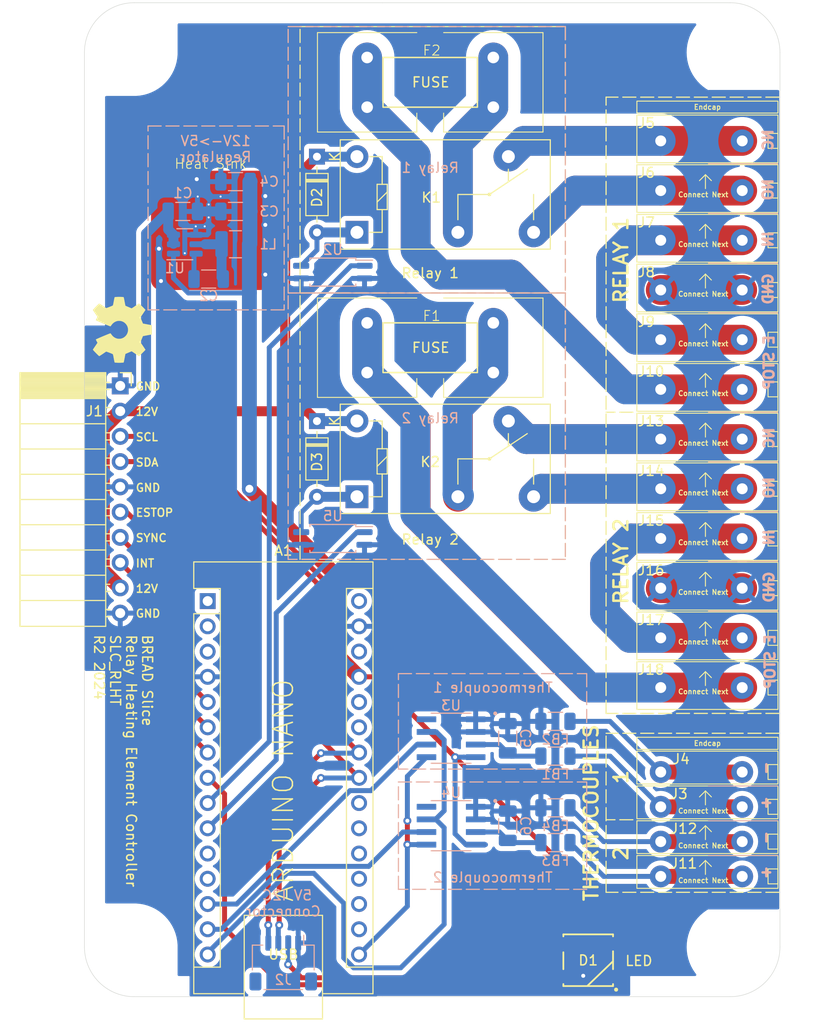
<source format=kicad_pcb>
(kicad_pcb (version 20221018) (generator pcbnew)
  (layers (0 "F.Cu" signal) (31 "B.Cu" signal) (34 "B.Paste" user) (35 "F.Paste" user) (36 "B.SilkS" user "B.Silkscreen") (37 "F.SilkS" user "F.Silkscreen") (38 "B.Mask" user) (39 "F.Mask" user) (44 "Edge.Cuts" user))
  (net 0 "")
  (net 3 "GND")
  (net 5 "+5V")
  (net 6 "/LED")
  (net 7 "/I2C_CLK")
  (net 9 "/I2C_DAT")
  (net 11 "/SYNC")
  (net 13 "/E_STOP")
  (net 20 "+12V")
  (net 21 "/INT")
  (net 22 "/DATA")
  (net 23 "/CLK")
  (net 24 "/SS1")
  (net 25 "/SS2")
  (net 26 "/T+1")
  (net 27 "/T+2")
  (net 28 "Net-(FB1-Pad2)")
  (net 29 "Net-(FB2-Pad2)")
  (net 30 "Net-(FB3-Pad2)")
  (net 31 "Net-(FB4-Pad2)")
  (net 34 "/Relay1")
  (net 35 "/Relay2")
  (net 38 "Net-(U1-SW)")
  (net 39 "Net-(U1-BST)")
  (net 40 "FUSE2")
  (net 41 "ESTOP2")
  (net 42 "FUSE1")
  (net 43 "unconnected-(A1-VIN-Pad30)")
  (net 44 "ESTOP1")
  (net 45 "NC1")
  (net 46 "NO1")
  (net 47 "IN1")
  (net 48 "NC2")
  (net 49 "NO2")
  (net 51 "Net-(D2-A)")
  (net 52 "Net-(D3-A)")
  (net 53 "IN2")
  (footprint "MountingHole:MountingHole_5mm" (layer "F.Cu") (at 127.6 44.8)
    (fp_text reference "H1" hide)
    (fp_text value "MountingHole")
  )
  (footprint "MountingHole:MountingHole_5mm" (layer "F.Cu") (at 187.6 44.8)
    (fp_text reference "H3" hide)
    (fp_text value "MountingHole")
  )
  (footprint "MountingHole:MountingHole_5mm" (layer "F.Cu") (at 127.6 134.8)
    (fp_text reference "H2" hide)
    (fp_text value "MountingHole")
  )
  (footprint "MountingHole:MountingHole_5mm" (layer "F.Cu") (at 187.6 134.8)
    (fp_text reference "H4" hide)
    (fp_text value "MountingHole")
  )
  (footprint "Module:Arduino_Nano" (layer "F.Cu") (at 135 100)
    (fp_text reference "A1")
    (fp_text value "Arduino_Nano_v3.x")
  )
  (footprint "Connector_PinSocket_2.54mm:PinSocket_1x10_P2.54mm_Horizontal" (layer "F.Cu") (at 126.2 78.35)
    (fp_text reference "J1")
    (fp_text value "Conn_01x10_Female")
  )
  (footprint "Symbol:OSHW-Symbol_6.7x6mm_SilkScreen" (layer "F.Cu") (at 126.4 72.7 -90)
    (fp_text reference "Logo1" hide)
    (fp_text value "Logo_Open_Hardware_Small" hide)
  )
  (footprint "SparkFun-Connector:Term_PressFit_5mm_H_PC_HVRELAY" (layer "F.Cu") (at 180.6 68.7)
    (fp_text reference "J8")
    (fp_text value "Term_PressFit_Phoenix_Contact")
  )
  (footprint "SparkFun-Connector:Term_PressFit_5mm_H_PC_HVRELAY" (layer "F.Cu") (at 180.6 83.7)
    (fp_text reference "J13")
    (fp_text value "Term_PressFit_Phoenix_Contact")
  )
  (footprint "Diode_THT:D_DO-35_SOD27_P7.62mm_Horizontal" (layer "F.Cu") (at 146 55.29 -90)
    (fp_text reference "D2")
    (fp_text value "General_Purpose_Diode")
  )
  (footprint "SparkFun-Connector:Term_PressFit_5mm_H_PC_HVRELAY" (layer "F.Cu") (at 180.6 93.7)
    (fp_text reference "J15")
    (fp_text value "Term_PressFit_Phoenix_Contact")
  )
  (footprint "SparkFun-Connector:Term_PressFit_3.5mm_H_PC" (layer "F.Cu") (at 180.6 120.7)
    (fp_text reference "J3")
    (fp_text value "Term_PressFit_Phoenix_Contact" hide)
  )
  (footprint "SparkFun-Connector:Term_PressFit_3.5mm_H_PC" (layer "F.Cu") (at 180.6 127.7)
    (fp_text reference "J11")
    (fp_text value "Term_PressFit_Phoenix_Contact" hide)
  )
  (footprint "SparkFun-Connector:Term_PressFit_3.5mm_H_PC" (layer "F.Cu") (at 180.6 124.2)
    (fp_text reference "J12")
    (fp_text value "Term_PressFit_Phoenix_Contact" hide)
  )
  (footprint "SparkFun-Fuse:Thermal Pad" (layer "F.Cu") (at 135.3 62.7)
    (fp_text reference "HS1")
    (fp_text value "Heatsink_Pad")
  )
  (footprint "Relay_THT:Relay_SPDT_Omron-G5Q-1" (layer "F.Cu") (at 150.025 89.5)
    (fp_text reference "K2")
    (fp_text value "G5Q-1")
  )
  (footprint "SparkFun-Fuse:Glass Fuse Clip 5x20MM" (layer "F.Cu") (at 151.05 45.3073)
    (fp_text reference "F2")
    (fp_text value "10A")
  )
  (footprint "SparkFun-Connector:Term_PressFit_5mm_H_PC_HVRELAY" (layer "F.Cu") (at 180.6 73.7)
    (fp_text reference "J9")
    (fp_text value "Term_PressFit_Phoenix_Contact")
  )
  (footprint "SparkFun-Connector:Term_PressFit_5mm_H_PC_HVRELAY" (layer "F.Cu") (at 180.6 78.7)
    (fp_text reference "J10")
    (fp_text value "Term_PressFit_Phoenix_Contact")
  )
  (footprint "SparkFun-Connector:Term_PressFit_3.5mm_H_ENDCAP_PC" (layer "F.Cu") (at 180.6 117.2)
    (fp_text reference "J4")
    (fp_text value "Term_PressFit_Phoenix_Contact" hide)
  )
  (footprint "SparkFun-Connector:Term_PressFit_5mm_H_PC_HVRELAY" (layer "F.Cu") (at 180.6 58.7)
    (fp_text reference "J6")
    (fp_text value "Term_PressFit_Phoenix_Contact")
  )
  (footprint "Diode_THT:D_DO-35_SOD27_P7.62mm_Horizontal" (layer "F.Cu") (at 146 81.89 -90)
    (fp_text reference "D3")
    (fp_text value "General_Purpose_Diode")
  )
  (footprint "SparkFun-Connector:Term_PressFit_5mm_H_PC_HVRELAY" (layer "F.Cu") (at 180.6 103.7)
    (fp_text reference "J17")
    (fp_text value "Term_PressFit_Phoenix_Contact")
  )
  (footprint "SparkFun-LED:WS2812-5050-4PIN" (layer "F.Cu") (at 173.3 136.132769)
    (fp_text reference "D1")
    (fp_text value "WS2812B_5050")
  )
  (footprint "SparkFun-Connector:Term_PressFit_5mm_H_ENDCAP_PC_HVRELAY" (layer "F.Cu") (at 180.6 53.7)
    (fp_text reference "J5")
    (fp_text value "Term_PressFit_Phoenix_Contact")
  )
  (footprint "Relay_THT:Relay_SPDT_Omron-G5Q-1" (layer "F.Cu") (at 150.025 62.9)
    (fp_text reference "K1")
    (fp_text value "G5Q-1")
  )
  (footprint "SparkFun-Fuse:Glass Fuse Clip 5x20MM" (layer "F.Cu") (at 151.05 72.0073)
    (fp_text reference "F1")
    (fp_text value "10A")
  )
  (footprint "SparkFun-Connector:Term_PressFit_5mm_H_PC_HVRELAY" (layer "F.Cu") (at 180.6 63.7)
    (fp_text reference "J7")
    (fp_text value "Term_PressFit_Phoenix_Contact")
  )
  (footprint "SparkFun-Connector:Term_PressFit_5mm_H_PC_HVRELAY" (layer "F.Cu") (at 180.6 108.7)
    (fp_text reference "J18")
    (fp_text value "Term_PressFit_Phoenix_Contact")
  )
  (footprint "SparkFun-Connector:Term_PressFit_5mm_H_PC_HVRELAY" (layer "F.Cu") (at 180.6 98.7)
    (fp_text reference "J16")
    (fp_text value "Term_PressFit_Phoenix_Contact")
  )
  (footprint "SparkFun-Connector:Term_PressFit_5mm_H_PC_HVRELAY" (layer "F.Cu") (at 180.6 88.7)
    (fp_text reference "J14")
    (fp_text value "Term_PressFit_Phoenix_Contact")
  )
  (footprint "Resistor_SMD:R_1206_3216Metric" (layer "B.Cu") (at 170 120.8)
    (fp_text reference "FB4")
    (fp_text value "Ferrite_Bead_Small")
  )
  (footprint "Connector_JST:JST_SH_SM04B-SRSS-TB_1x04-1MP_P1.00mm_Horizontal" (layer "B.Cu") (at 142.61 136.4 180)
    (fp_text reference "J2")
    (fp_text value "I2C_01x04")
  )
  (footprint "Capacitor_SMD:C_1206_3216Metric" (layer "B.Cu") (at 165.2 122.6 90)
    (fp_text reference "C6")
    (fp_text value "0.01 uF")
  )
  (footprint "Capacitor_SMD:C_1206_3216Metric" (layer "B.Cu") (at 137.8 60.8)
    (fp_text reference "C3")
    (fp_text value "22uF")
  )
  (footprint "MAX6675ISA_:SOIC127P600X175-8N" (layer "B.Cu") (at 159.5 122.6 180)
    (fp_text reference "U4")
    (fp_text value "MAX6675ISA+")
  )
  (footprint "Resistor_SMD:R_1206_3216Metric" (layer "B.Cu") (at 170 115.6)
    (fp_text reference "FB1")
    (fp_text value "Ferrite_Bead_Small")
  )
  (footprint "Capacitor_SMD:C_1206_3216Metric" (layer "B.Cu") (at 137.8 57.8)
    (fp_text reference "C4")
    (fp_text value "22uF")
  )
  (footprint "Package_SO:SOP-4_4.4x2.6mm_P1.27mm" (layer "B.Cu") (at 147.6 66.9 180)
    (fp_text reference "U2")
    (fp_text value "TCMT1100")
  )
  (footprint "Package_SO:SOP-4_4.4x2.6mm_P1.27mm" (layer "B.Cu") (at 147.6 93.7 180)
    (fp_text reference "U5")
    (fp_text value "TCMT1100")
  )
  (footprint "Inductor_SMD:L_1210_3225Metric" (layer "B.Cu") (at 137.8 64.1)
    (fp_text reference "L1")
    (fp_text value "4.7uH")
  )
  (footprint "Capacitor_SMD:C_1206_3216Metric" (layer "B.Cu") (at 132.5 60.8 180)
    (fp_text reference "C1")
    (fp_text value "22uF")
  )
  (footprint "Resistor_SMD:R_1206_3216Metric" (layer "B.Cu") (at 170 124.3)
    (fp_text reference "FB3")
    (fp_text value "Ferrite_Bead_Small")
  )
  (footprint "Package_TO_SOT_SMD:TSOT-23-6" (layer "B.Cu") (at 132.7 64.1)
    (fp_text reference "U1")
    (fp_text value "~")
  )
  (footprint "Capacitor_SMD:C_1206_3216Metric" (layer "B.Cu") (at 135.1 67.6 180)
    (fp_text reference "C2")
    (fp_text value "100nF")
  )
  (footprint "Capacitor_SMD:C_1206_3216Metric" (layer "B.Cu") (at 165.2 113.8 90)
    (fp_text reference "C5")
    (fp_text value "0.01 uF")
  )
  (footprint "MAX6675ISA_:SOIC127P600X175-8N" (layer "B.Cu") (at 159.5 113.8 180)
    (fp_text reference "U3")
    (fp_text value "MAX6675ISA+")
  )
  (footprint "Resistor_SMD:R_1206_3216Metric" (layer "B.Cu") (at 170 112.1)
    (fp_text reference "FB2")
    (fp_text value "Ferrite_Bead_Small")
  )
  (gr_rect (start 154.2 107.3) (end 173.15 116.9) (stroke (width 0.12) (type dash)) (fill none) (layer "B.SilkS"))
  (gr_rect (start 154.2 118.2) (end 173.15 129) (stroke (width 0.12) (type dash)) (fill none) (layer "B.SilkS"))
  (gr_rect (start 143.1 69) (end 171 95.8) (stroke (width 0.12) (type dash)) (fill none) (layer "B.SilkS"))
  (gr_rect (start 129 52.2) (end 142.7 70.7) (stroke (width 0.12) (type dash)) (fill none) (layer "B.SilkS"))
  (gr_rect (start 143.1 42.2) (end 171 69) (stroke (width 0.12) (type dash)) (fill none) (layer "B.SilkS"))
  (gr_line (start 177.8 122) (end 175.1 122) (stroke (width 0.12) (type dash)) (layer "F.SilkS"))
  (gr_line (start 192.5 113.3) (end 175.1 113.3) (stroke (width 0.12) (type dash)) (layer "F.SilkS"))
  (gr_line (start 192.5 49.3) (end 175.1 49.3) (stroke (width 0.12) (type dash)) (layer "F.SilkS"))
  (gr_line (start 192.5 111.3) (end 175.1 111.3) (stroke (width 0.12) (type dash)) (layer "F.SilkS"))
  (gr_rect (start 144.3 42.2) (end 171 69) (stroke (width 0.12) (type dash)) (fill none) (layer "F.SilkS"))
  (gr_line (start 175.1 111.3) (end 175.1 49.3) (stroke (width 0.12) (type dash)) (layer "F.SilkS"))
  (gr_line (start 177.8 81) (end 175.1 81) (stroke (width 0.12) (type dash)) (layer "F.SilkS"))
  (gr_line (start 175.1 129.3) (end 175.1 113.3) (stroke (width 0.12) (type dash)) (layer "F.SilkS"))
  (gr_line (start 192.5 129.3) (end 175.1 129.3) (stroke (width 0.12) (type dash)) (layer "F.SilkS"))
  (gr_rect (start 144.3 69) (end 171 95.8) (stroke (width 0.12) (type dash)) (fill none) (layer "F.SilkS"))
  (gr_line (start 192.6 44.8) (end 192.6 94.8) (stroke (width 0.05)) (layer "Edge.Cuts"))
  (gr_arc (start 192.6 134.8) (mid 191.135534 138.335534) (end 187.6 139.8) (stroke (width 0.05)) (layer "Edge.Cuts"))
  (gr_arc (start 122.6 44.8) (mid 124.064466 41.264466) (end 127.6 39.8) (stroke (width 0.05)) (layer "Edge.Cuts"))
  (gr_line (start 192.6 94.8) (end 192.6 134.8) (stroke (width 0.05)) (layer "Edge.Cuts"))
  (gr_line (start 122.6 134.8) (end 122.6 44.8) (stroke (width 0.05)) (layer "Edge.Cuts"))
  (gr_line (start 127.6 39.8) (end 152.6 39.8) (stroke (width 0.05)) (layer "Edge.Cuts"))
  (gr_arc (start 127.6 139.8) (mid 124.064466 138.335534) (end 122.6 134.8) (stroke (width 0.05)) (layer "Edge.Cuts"))
  (gr_line (start 152.6 139.8) (end 187.6 139.8) (stroke (width 0.05)) (layer "Edge.Cuts"))
  (gr_line (start 127.6 139.8) (end 152.6 139.8) (stroke (width 0.05)) (layer "Edge.Cuts"))
  (gr_line (start 152.6 39.8) (end 187.6 39.8) (stroke (width 0.05)) (layer "Edge.Cuts"))
  (gr_arc (start 187.6 39.8) (mid 191.135534 41.264466) (end 192.6 44.8) (stroke (width 0.05)) (layer "Edge.Cuts"))
  (gr_text "+" (at 191.3 127.299999 -90) (layer "B.SilkS") (effects (font (size 1 1) (thickness 0.25)) (justify mirror)))
  (gr_text "NO" (at 191.5 88.599998 90) (layer "B.SilkS") (effects (font (size 1 1) (thickness 0.25)) (justify mirror)))
  (gr_text "Relay 2" (at 157.4 81.6) (layer "B.SilkS") (effects (font (size 1 1)) (justify mirror)))
  (gr_text "IN" (at 191.5 93.599999 90) (layer "B.SilkS") (effects (font (size 1 1) (thickness 0.25)) (justify mirror)))
  (gr_text "Thermocouple 1" (at 163.7 108.7) (layer "B.SilkS") (effects (font (size 1 1)) (justify mirror)))
  (gr_text "GND" (at 191.4 68.6 90) (layer "B.SilkS") (effects (font (size 1 1) (thickness 0.25)) (justify mirror)))
  (gr_text "Relay 1" (at 157.4 56.4) (layer "B.SilkS") (effects (font (size 1 1)) (justify mirror)))
  (gr_text "+" (at 191.3 120.3 -90) (layer "B.SilkS") (effects (font (size 1 1) (thickness 0.25)) (justify mirror)))
  (gr_text "5V I2C \nConnector" (at 142.61 131.8) (layer "B.SilkS") (effects (font (size 1 1)) (justify bottom mirror)))
  (gr_text "Thermocouple 2" (at 163.7 127.8) (layer "B.SilkS") (effects (font (size 1 1)) (justify mirror)))
  (gr_text "E STOP" (at 191.6 106.1 90) (layer "B.SilkS") (effects (font (size 1 1) (thickness 0.25)) (justify mirror)))
  (gr_text "NC" (at 191.4 53.6 90) (layer "B.SilkS") (effects (font (size 1 1) (thickness 0.25)) (justify mirror)))
  (gr_text "12V->5V\nRegulator" (at 135.8 55.9) (layer "B.SilkS") (effects (font (size 1 1)) (justify bottom mirror)))
  (gr_text "E STOP" (at 191.5 76 90) (layer "B.SilkS") (effects (font (size 1 1) (thickness 0.25)) (justify mirror)))
  (gr_text "NO" (at 191.4 58.599999 90) (layer "B.SilkS") (effects (font (size 1 1) (thickness 0.25)) (justify mirror)))
  (gr_text "-" (at 191.3 123.799999 -90) (layer "B.SilkS") (effects (font (size 1 1) (thickness 0.25)) (justify mirror)))
  (gr_text "IN" (at 191.4 63.6 90) (layer "B.SilkS") (effects (font (size 1 1) (thickness 0.25)) (justify mirror)))
  (gr_text "GND" (at 191.5 98.599999 90) (layer "B.SilkS") (effects (font (size 1 1) (thickness 0.25)) (justify mirror)))
  (gr_text "NC" (at 191.5 83.599999 90) (layer "B.SilkS") (effects (font (size 1 1) (thickness 0.25)) (justify mirror)))
  (gr_text "-" (at 191.3 116.8 -90) (layer "B.SilkS") (effects (font (size 1 1) (thickness 0.25)) (justify mirror)))
  (gr_text "RELAY 2" (at 176.6 96 90) (layer "F.SilkS") (effects (font (size 1.4 1.4) (thickness 0.25))))
  (gr_text "GND" (at 129 88.6) (layer "F.SilkS") (effects (font (size 0.8 0.8))))
  (gr_text "RELAY 1" (at 176.6 65.7 90) (layer "F.SilkS") (effects (font (size 1.4 1.4) (thickness 0.25))))
  (gr_text locked "LED" (at 178.4 136.2) (layer "F.SilkS") (effects (font (size 1 1))))
  (gr_text "12V" (at 128.885715 98.75) (layer "F.SilkS") (effects (font (size 0.8 0.8))))
  (gr_text "Relay 2" (at 157.4 93.8) (layer "F.SilkS") (effects (font (size 1 1))))
  (gr_text "SYNC" (at 129.32381 93.65) (layer "F.SilkS") (effects (font (size 0.8 0.8))))
  (gr_text "GND" (at 129 101.25) (layer "F.SilkS") (effects (font (size 0.8 0.8))))
  (gr_text "BREAD Slice\nRelay Heating Element Controller\nSLC_RLHT\nR2 2024" (at 126.5 103.3 270) (layer "F.SilkS") (effects (font (size 1 1)) (justify left)))
  (gr_text "GND" (at 129 78.4) (layer "F.SilkS") (effects (font (size 0.8 0.8))))
  (gr_text "2" (at 176.6 125.4 90) (layer "F.SilkS") (effects (font (size 1.4 1.4) (thickness 0.25))))
  (gr_text "THERMOCOUPLES" (at 173.6 121.3 90) (layer "F.SilkS") (effects (font (size 1.4 1.4) (thickness 0.25))))
  (gr_text "ESTOP" (at 129.647619 91.1) (layer "F.SilkS") (effects (font (size 0.8 0.8))))
  (gr_text "1" (at 176.6 117.7 90) (layer "F.SilkS") (effects (font (size 1.4 1.4) (thickness 0.25))))
  (gr_text "Relay 1" (at 157.4 67) (layer "F.SilkS") (effects (font (size 1 1))))
  (gr_text "INT" (at 128.695238 96.2) (layer "F.SilkS") (effects (font (size 0.8 0.8))))
  (gr_text "SDA" (at 128.904762 86.05) (layer "F.SilkS") (effects (font (size 0.8 0.8))))
  (gr_text "SCL" (at 128.885715 83.5) (layer "F.SilkS") (effects (font (size 0.8 0.8))))
  (gr_text "ARDUINO NANO" (at 142.61 119.05 90) (layer "F.SilkS") (effects (font (size 2 2))))
  (gr_text "12V" (at 128.885715 80.95) (layer "F.SilkS") (effects (font (size 0.8 0.8))))
  (segment (start 188.8 98.7) (end 180.6 98.7) (width 3) (layer "F.Cu") (net 3))
  (segment (start 180.6 68.7) (end 188.8 68.7) (width 3) (layer "F.Cu") (net 3))
  (segment (start 172.8 137.7) (end 172.832769 137.732769) (width 0.5) (layer "F.Cu") (net 3))
  (segment (start 172.832769 137.732769) (end 175.877 137.732769) (width 0.5) (layer "F.Cu") (net 3))
  (via (at 140.8 62.15) (size 0.8) (drill 0.4) (layers "F.Cu" "B.Cu") (net 3))
  (via (at 140.8 59.25) (size 0.8) (drill 0.4) (layers "F.Cu" "B.Cu") (net 3))
  (via (at 134.7 62.3) (size 0.5) (drill 0.2) (layers "F.Cu" "B.Cu") (net 3))
  (via (at 130.3 67.8) (size 0.8) (drill 0.4) (layers "F.Cu" "B.Cu") (net 3))
  (via (at 130.1 64.55) (size 0.8) (drill 0.4) (layers "F.Cu" "B.Cu") (net 3))
  (via (at 135.1 60.1) (size 0.5) (drill 0.2) (layers "F.Cu" "B.Cu") (net 3))
  (via (at 133.8 62.3) (size 0.5) (drill 0.2) (layers "F.Cu" "B.Cu") (net 3))
  (via (at 133.9 57.55) (size 0.8) (drill 0.4) (layers "F.Cu" "B.Cu") (net 3))
  (via (at 172.8 137.7) (size 0.8) (drill 0.4) (layers "F.Cu" "B.Cu") (net 3))
  (via (at 134 59.3) (size 0.5) (drill 0.2) (layers "F.Cu" "B.Cu") (net 3))
  (via (at 136.3 59.3) (size 0.5) (drill 0.2) (layers "F.Cu" "B.Cu") (net 3))
  (via (at 132.7 65) (size 0.5) (drill 0.2) (layers "F.Cu" "B.Cu") (net 3))
  (via (at 140.8 67.15) (size 0.8) (drill 0.4) (layers "F.Cu" "B.Cu") (net 3))
  (via (at 135.1 61.4) (size 0.5) (drill 0.2) (layers "F.Cu" "B.Cu") (net 3))
  (segment (start 133.975 60.8) (end 135.1 60.8) (width 1) (layer "B.Cu") (net 3))
  (segment (start 135.1 61.4) (end 135.1 61.6) (width 0.5) (layer "B.Cu") (net 3))
  (segment (start 133.8 62.3) (end 132.9 62.3) (width 0.5) (layer "B.Cu") (net 3))
  (segment (start 132.7 62.5) (end 132.7 63.2) (width 0.5) (layer "B.Cu") (net 3))
  (segment (start 133.8 62.3) (end 133.8 63.1125) (width 0.5) (layer "B.Cu") (net 3))
  (segment (start 135.1 61.9) (end 134.7 62.3) (width 0.5) (layer "B.Cu") (net 3))
  (segment (start 134.95 63.15) (end 135.1 63) (width 0.5) (layer "B.Cu") (net 3))
  (segment (start 134.7 62.3) (end 133.8 62.3) (width 0.5) (layer "B.Cu") (net 3))
  (segment (start 135.1 63) (end 135.1 61.6) (width 0.5) (layer "B.Cu") (net 3))
  (segment (start 135.5 59.3) (end 137.2 59.3) (width 0.5) (layer "B.Cu") (net 3))
  (segment (start 136.3 59.3) (end 135.5 59.3) (width 0.5) (layer "B.Cu") (net 3))
  (segment (start 135.1 60.8) (end 135.1 60.1) (width 0.5) (layer "B.Cu") (net 3))
  (segment (start 135.1 60.8) (end 136.325 60.8) (width 1) (layer "B.Cu") (net 3))
  (segment (start 132.7 63.2) (end 132.7 65) (width 0.5) (layer "B.Cu") (net 3))
  (segment (start 133.8375 63.15) (end 134.95 63.15) (width 0.5) (layer "B.Cu") (net 3))
  (segment (start 135.1 60.8) (end 135.1 61.4) (width 0.5) (layer "B.Cu") (net 3))
  (segment (start 135.1 61.6) (end 135.1 61.9) (width 0.5) (layer "B.Cu") (net 3))
  (segment (start 132.75 63.15) (end 132.7 63.2) (width 0.5) (layer "B.Cu") (net 3))
  (segment (start 133.8 63.1125) (end 133.8375 63.15) (width 0.5) (layer "B.Cu") (net 3))
  (segment (start 133.8375 63.15) (end 132.75 63.15) (width 0.5) (layer "B.Cu") (net 3))
  (segment (start 132.9 62.3) (end 132.7 62.5) (width 0.5) (layer "B.Cu") (net 3))
  (segment (start 144.4495 137.9) (end 166.91005 137.9) (width 0.5) (layer "F.Cu") (net 5))
  (segment (start 150.22 107.62) (end 150.24 107.62) (width 1.5) (layer "F.Cu") (net 5))
  (segment (start 143.1 136.5505) (end 144.4495 137.9) (width 0.5) (layer "F.Cu") (net 5))
  (segment (start 139.2 88.7) (end 147.9 97.4) (width 1.5) (layer "F.Cu") (net 5))
  (segment (start 170.723 126.523) (end 170.723 134.532769) (width 0.5) (layer "F.Cu") (net 5))
  (segment (start 166.91005 137.9) (end 170.277281 134.532769) (width 0.5) (layer "F.Cu") (net 5))
  (segment (start 159.9 115.7) (end 170.723 126.523) (width 0.5) (layer "F.Cu") (net 5))
  (segment (start 147.9 105.3) (end 150.22 107.62) (width 1.5) (layer "F.Cu") (net 5))
  (segment (start 151.82 107.62) (end 150.24 107.62) (width 0.5) (layer "F.Cu") (net 5))
  (segment (start 147.9 97.4) (end 147.9 105.3) (width 1.5) (layer "F.Cu") (net 5))
  (segment (start 170.277281 134.532769) (end 170.723 134.532769) (width 0.5) (layer "F.Cu") (net 5))
  (segment (start 159.9 115.7) (end 151.82 107.62) (width 0.5) (layer "F.Cu") (net 5))
  (via (at 139.2 88.7) (size 1.5) (drill 0.8) (layers "F.Cu" "B.Cu") (net 5))
  (via (at 159.9 115.7) (size 0.8) (drill 0.4) (layers "F.Cu" "B.Cu") (net 5))
  (via (at 143.1 136.5505) (size 0.8) (drill 0.4) (layers "F.Cu" "B.Cu") (net 5))
  (segment (start 160.990001 124.505) (end 161.975 124.505) (width 0.5) (layer "B.Cu") (net 5))
  (segment (start 159.9 115.7) (end 160.79 115.7) (width 0.5) (layer "B.Cu") (net 5))
  (segment (start 139.2 88.7) (end 139.2 69) (width 1.5) (layer "B.Cu") (net 5))
  (segment (start 139.25 60.825) (end 139.25 64.05) (width 1.5) (layer "B.Cu") (net 5))
  (segment (start 160.79 115.7) (end 160.795 115.705) (width 0.5) (layer "B.Cu") (net 5))
  (segment (start 160.795 115.705) (end 161.975 115.705) (width 0.5) (layer "B.Cu") (net 5))
  (segment (start 139.25 64.05) (end 139.2 64.1) (width 1.5) (layer "B.Cu") (net 5))
  (segment (start 131.5625 67.509378) (end 133.053122 69) (width 0.5) (layer "B.Cu") (net 5))
  (segment (start 159.9 115.7) (end 159.9 123.414999) (width 0.5) (layer "B.Cu") (net 5))
  (segment (start 131.5625 65.05) (end 131.5625 67.509378) (width 0.5) (layer "B.Cu") (net 5))
  (segment (start 139.2 69) (end 139.2 64.1) (width 1.5) (layer "B.Cu") (net 5))
  (segment (start 139.25 60.775) (end 139.275 60.8) (width 1.5) (layer "B.Cu") (net 5))
  (segment (start 139.25 57.825) (end 139.25 60.775) (width 1.5) (layer "B.Cu") (net 5))
  (segment (start 161.975 124.505) (end 162.959999 124.505) (width 0.5) (layer "B.Cu") (net 5))
  (segment (start 133.053122 69) (end 139.2 69) (width 0.5) (layer "B.Cu") (net 5))
  (segment (start 159.9 123.414999) (end 160.990001 124.505) (width 0.5) (layer "B.Cu") (net 5))
  (segment (start 139.275 64.025) (end 139.2 64.1) (width 1) (layer "B.Cu") (net 5))
  (segment (start 139.275 57.8) (end 139.25 57.825) (width 1.5) (layer "B.Cu") (net 5))
  (segment (start 143.11 136.5405) (end 143.11 134.4) (width 0.5) (layer "B.Cu") (net 5))
  (segment (start 139.275 60.8) (end 139.25 60.825) (width 1.5) (layer "B.Cu") (net 5))
  (segment (start 143.1 136.5505) (end 143.11 136.5405) (width 0.5) (layer "B.Cu") (net 5))
  (segment (start 150.42 107.8) (end 150.24 107.62) (width 0.5) (layer "B.Cu") (net 5))
  (segment (start 142.4 138.6) (end 167.2 138.6) (width 0.5) (layer "F.Cu") (net 6))
  (segment (start 135 117.78) (end 135.08 117.78) (width 0.5) (layer "F.Cu") (net 6))
  (segment (start 167.2 138.6) (end 169.6 136.2) (width 0.5) (layer "F.Cu") (net 6))
  (segment (start 174.209769 136.2) (end 175.877 134.532769) (width 0.5) (layer "F.Cu") (net 6))
  (segment (start 136.7 119.4) (end 136.7 132.9) (width 0.5) (layer "F.Cu") (net 6))
  (segment (start 169.6 136.2) (end 174.209769 136.2) (width 0.5) (layer "F.Cu") (net 6))
  (segment (start 136.7 132.9) (end 142.4 138.6) (width 0.5) (layer "F.Cu") (net 6))
  (segment (start 135.08 117.78) (end 136.7 119.4) (width 0.5) (layer "F.Cu") (net 6))
  (segment (start 150.24 115.24) (end 146.7 111.7) (width 0.5) (layer "F.Cu") (net 7))
  (segment (start 146.7 97.9) (end 132.23 83.43) (width 0.5) (layer "F.Cu") (net 7))
  (segment (start 141.1 132.6) (end 141.1 120.6) (width 0.5) (layer "F.Cu") (net 7))
  (segment (start 132.23 83.43) (end 126.2 83.43) (width 0.5) (layer "F.Cu") (net 7))
  (segment (start 141.1 120.6) (end 146.4 115.3) (width 0.5) (layer "F.Cu") (net 7))
  (segment (start 146.7 111.7) (end 146.7 97.9) (width 0.5) (layer "F.Cu") (net 7))
  (via (at 141.1 132.6) (size 0.8) (drill 0.4) (layers "F.Cu" "B.Cu") (net 7))
  (via (at 146.4 115.3) (size 0.8) (drill 0.4) (layers "F.Cu" "B.Cu") (net 7))
  (segment (start 150.18 115.3) (end 150.24 115.24) (width 0.5) (layer "B.Cu") (net 7))
  (segment (start 141.11 132.61) (end 141.1 132.6) (width 0.5) (layer "B.Cu") (net 7))
  (segment (start 141.11 134.4) (end 141.11 132.61) (width 0.5) (layer "B.Cu") (net 7))
  (segment (start 146.4 115.3) (end 150.18 115.3) (width 0.5) (layer "B.Cu") (net 7))
  (segment (start 150.24 117.78) (end 146 113.54) (width 0.5) (layer "F.Cu") (net 9))
  (segment (start 142.2 122) (end 142.2 132.6) (width 0.5) (layer "F.Cu") (net 9))
  (segment (start 146.4 117.8) (end 142.2 122) (width 0.5) (layer "F.Cu") (net 9))
  (segment (start 133.78005 85.97) (end 126.2 85.97) (width 0.5) (layer "F.Cu") (net 9))
  (segment (start 146 98.18995) (end 133.78005 85.97) (width 0.5) (layer "F.Cu") (net 9))
  (segment (start 146 113.54) (end 146 98.18995) (width 0.5) (layer "F.Cu") (net 9))
  (via (at 146.4 117.8) (size 0.8) (drill 0.4) (layers "F.Cu" "B.Cu") (net 9))
  (via (at 142.2 132.6) (size 0.8) (drill 0.4) (layers "F.Cu" "B.Cu") (net 9))
  (segment (start 150.22 117.8) (end 150.24 117.78) (width 0.5) (layer "B.Cu") (net 9))
  (segment (start 146.4 117.8) (end 150.22 117.8) (width 0.5) (layer "B.Cu") (net 9))
  (segment (start 142.11 132.69) (end 142.2 132.6) (width 0.5) (layer "B.Cu") (net 9))
  (segment (start 142.11 134.4) (end 142.11 132.69) (width 0.5) (layer "B.Cu") (net 9))
  (segment (start 128.4 108.64) (end 135 115.24) (width 0.5) (layer "F.Cu") (net 11))
  (segment (start 128.4 98.33) (end 128.4 108.64) (width 0.5) (layer "F.Cu") (net 11))
  (segment (start 126.2 96.13) (end 128.4 98.33) (width 0.5) (layer "F.Cu") (net 11))
  (segment (start 126.85 91.05) (end 129.8 94) (width 0.5) (layer "F.Cu") (net 13))
  (segment (start 129.8 94) (end 129.8 104.96) (width 0.5) (layer "F.Cu") (net 13))
  (segment (start 126.2 91.05) (end 126.85 91.05) (width 0.5) (layer "F.Cu") (net 13))
  (segment (start 129.8 104.96) (end 135 110.16) (width 0.5) (layer "F.Cu") (net 13))
  (segment (start 126.194415 80.89) (end 124.4 82.684415) (width 1.5) (layer "F.Cu") (net 20))
  (segment (start 146 55.3) (end 146 55.29) (width 1) (layer "F.Cu") (net 20))
  (segment (start 145.99 81.9) (end 146 81.89) (width 1) (layer "F.Cu") (net 20))
  (segment (start 146 55.29) (end 142.8 58.49) (width 1) (layer "F.Cu") (net 20))
  (segment (start 145.01 80.9) (end 146 81.89) (width 1) (layer "F.Cu") (net 20))
  (segment (start 142.8 78.69) (end 146 81.89) (width 1) (layer "F.Cu") (net 20))
  (segment (start 126.2 80.89) (end 126.194415 80.89) (width 1.5) (layer "F.Cu") (net 20))
  (segment (start 124.4 82.684415) (end 124.4 96.875585) (width 1.5) (layer "F.Cu") (net 20))
  (segment (start 126.2 80.89) (end 126.21 80.9) (width 1) (layer "F.Cu") (net 20))
  (segment (start 126.21 80.9) (end 145.01 80.9) (width 1) (layer "F.Cu") (net 20))
  (segment (start 124.4 96.875585) (end 126.194415 98.67) (width 1.5) (layer "F.Cu") (net 20))
  (segment (start 126.194415 98.67) (end 126.2 98.67) (width 1.5) (layer "F.Cu") (net 20))
  (segment (start 142.8 58.49) (end 142.8 78.69) (width 1) (layer "F.Cu") (net 20))
  (segment (start 128.8 78.8) (end 126.71 80.89) (width 1) (layer "B.Cu") (net 20))
  (segment (start 126.71 80.89) (end 126.2 80.89) (width 1) (layer "B.Cu") (net 20))
  (segment (start 150.015 55.29) (end 150.025 55.28) (width 1) (layer "B.Cu") (net 20))
  (segment (start 131.025 60.8) (end 128.8 63.025) (width 1) (layer "B.Cu") (net 20))
  (segment (start 128.8 63.025) (end 128.8 78.8) (width 1) (layer "B.Cu") (net 20))
  (segment (start 146 55.29) (end 150.015 55.29) (width 1) (layer "B.Cu") (net 20))
  (segment (start 150.015 81.89) (end 150.025 81.88) (width 1) (layer "B.Cu") (net 20))
  (segment (start 131.025 60.8) (end 131.025 62.6125) (width 1) (layer "B.Cu") (net 20))
  (segment (start 149.615 81.89) (end 149.625 81.88) (width 1) (layer "B.Cu") (net 20))
  (segment (start 131.5625 63.15) (end 131.5625 64.05) (width 1) (layer "B.Cu") (net 20))
  (segment (start 146 81.89) (end 150.015 81.89) (width 1) (layer "B.Cu") (net 20))
  (segment (start 131.025 62.6125) (end 131.5625 63.15) (width 1) (layer "B.Cu") (net 20))
  (segment (start 129.1 96.49) (end 129.1 106.8) (width 0.5) (layer "F.Cu") (net 21))
  (segment (start 126.2 93.59) (end 129.1 96.49) (width 0.5) (layer "F.Cu") (net 21))
  (segment (start 129.1 106.8) (end 135 112.7) (width 0.5) (layer "F.Cu") (net 21))
  (segment (start 157.935 121.965) (end 157.025 121.965) (width 0.5) (layer "B.Cu") (net 22))
  (segment (start 145.69 127.39) (end 142.9899 127.39) (width 0.5) (layer "B.Cu") (net 22))
  (segment (start 135 135.3799) (end 135 135.56) (width 0.5) (layer "B.Cu") (net 22))
  (segment (start 142.9899 127.39) (end 135 135.3799) (width 0.5) (layer "B.Cu") (net 22))
  (segment (start 158.8 113.955001) (end 158.8 121.1) (width 0.5) (layer "B.Cu") (net 22))
  (segment (start 157.203 113.183) (end 157.824524 113.183) (width 0.5) (layer "B.Cu") (net 22))
  (segment (start 157.965 121.965) (end 158.8 122.8) (width 0.5) (layer "B.Cu") (net 22))
  (segment (start 158.8 132.523348) (end 154.423348 136.9) (width 0.5) (layer "B.Cu") (net 22))
  (segment (start 157.025 121.965) (end 157.965 121.965) (width 0.5) (layer "B.Cu") (net 22))
  (segment (start 148.7 130.4) (end 145.69 127.39) (width 0.5) (layer "B.Cu") (net 22))
  (segment (start 149.7 136.9) (end 148.7 135.9) (width 0.5) (layer "B.Cu") (net 22))
  (segment (start 154.423348 136.9) (end 149.7 136.9) (width 0.5) (layer "B.Cu") (net 22))
  (segment (start 158.8 122.8) (end 158.8 132.523348) (width 0.5) (layer "B.Cu") (net 22))
  (segment (start 157.025 113.165) (end 158.009999 113.165) (width 0.5) (layer "B.Cu") (net 22))
  (segment (start 148.7 135.9) (end 148.7 130.4) (width 0.5) (layer "B.Cu") (net 22))
  (segment (start 158.009999 113.165) (end 158.8 113.955001) (width 0.5) (layer "B.Cu") (net 22))
  (segment (start 158.8 121.1) (end 157.935 121.965) (width 0.5) (layer "B.Cu") (net 22))
  (segment (start 155.1 122.1) (end 155.1 124.5) (width 0.5) (layer "F.Cu") (net 23))
  (via (at 155.1 124.5) (size 0.8) (drill 0.4) (layers "F.Cu" "B.Cu") (net 23))
  (via (at 155.1 122.1) (size 0.8) (drill 0.4) (layers "F.Cu" "B.Cu") (net 23))
  (segment (start 155.1 124.5) (end 155.1 130.7) (width 0.5) (layer "B.Cu") (net 23))
  (segment (start 155.1 124.5) (end 157.02 124.5) (width 0.5) (layer "B.Cu") (net 23))
  (segment (start 157.02 124.5) (end 157.025 124.505) (width 0.5) (layer "B.Cu") (net 23))
  (segment (start 155.1 117.63) (end 157.025 115.705) (width 0.5) (layer "B.Cu") (net 23))
  (segment (start 155.1 122.1) (end 155.1 117.63) (width 0.5) (layer "B.Cu") (net 23))
  (segment (start 155.1 130.7) (end 150.24 135.56) (width 0.5) (layer "B.Cu") (net 23))
  (segment (start 137.92 130.48) (end 149.33 119.07) (width 0.5) (layer "B.Cu") (net 24))
  (segment (start 135 130.48) (end 137.92 130.48) (width 0.5) (layer "B.Cu") (net 24))
  (segment (start 149.33 119.07) (end 151.43 119.07) (width 0.5) (layer "B.Cu") (net 24))
  (segment (start 156.065 114.435) (end 157.025 114.435) (width 0.5) (layer "B.Cu") (net 24))
  (segment (start 151.43 119.07) (end 156.065 114.435) (width 0.5) (layer "B.Cu") (net 24))
  (segment (start 154.665 123.235) (end 157.025 123.235) (width 0.5) (layer "B.Cu") (net 25))
  (segment (start 135 133.02) (end 136.36995 133.02) (width 0.5) (layer "B.Cu") (net 25))
  (segment (start 142.69995 126.69) (end 151.21 126.69) (width 0.5) (layer "B.Cu") (net 25))
  (segment (start 136.36995 133.02) (end 142.69995 126.69) (width 0.5) (layer "B.Cu") (net 25))
  (segment (start 151.21 126.69) (end 154.665 123.235) (width 0.5) (layer "B.Cu") (net 25))
  (segment (start 164.36 114.435) (end 161.975 114.435) (width 0.5) (layer "B.Cu") (net 26))
  (segment (start 165.525 115.6) (end 165.2 115.275) (width 0.5) (layer "B.Cu") (net 26))
  (segment (start 165.2 115.275) (end 164.36 114.435) (width 0.5) (layer "B.Cu") (net 26))
  (segment (start 168.5375 115.6) (end 165.525 115.6) (width 0.5) (layer "B.Cu") (net 26))
  (segment (start 164.36 123.235) (end 161.975 123.235) (width 0.5) (layer "B.Cu") (net 27))
  (segment (start 165.2 124.075) (end 164.36 123.235) (width 0.5) (layer "B.Cu") (net 27))
  (segment (start 168.5375 124.3) (end 165.425 124.3) (width 0.5) (layer "B.Cu") (net 27))
  (segment (start 165.425 124.3) (end 165.2 124.075) (width 0.5) (layer "B.Cu") (net 27))
  (segment (start 188.8 120.7) (end 180.6 120.7) (width 1.5) (layer "F.Cu") (net 28))
  (segment (start 175.5 115.6) (end 171.4625 115.6) (width 0.5) (layer "B.Cu") (net 28))
  (segment (start 180.6 120.7) (end 175.5 115.6) (width 0.5) (layer "B.Cu") (net 28))
  (segment (start 171.6 115.6) (end 171.4625 115.6) (width 0.5) (layer "B.Cu") (net 28))
  (segment (start 188.8 117.2) (end 180.6 117.2) (width 1.5) (layer "F.Cu") (net 29))
  (segment (start 171.6 112.1) (end 171.4625 112.1) (width 0.5) (layer "B.Cu") (net 29))
  (segment (start 180.6 117.2) (end 175.5 112.1) (width 0.5) (layer "B.Cu") (net 29))
  (segment (start 175.5 112.1) (end 171.4625 112.1) (width 0.5) (layer "B.Cu") (net 29))
  (segment (start 180.6 127.7) (end 188.8 127.7) (width 1.5) (layer "F.Cu") (net 30))
  (segment (start 174.8625 127.7) (end 171.4625 124.3) (width 0.5) (layer "B.Cu") (net 30))
  (segment (start 180.6 127.7) (end 174.8625 127.7) (width 0.5) (layer "B.Cu") (net 30))
  (segment (start 188.8 124.2) (end 180.6 124.2) (width 1.5) (layer "F.Cu") (net 31))
  (segment (start 174.8625 124.2) (end 171.4625 120.8) (width 0.5) (layer "B.Cu") (net 31))
  (segment (start 180.6 124.2) (end 174.8625 124.2) (width 0.5) (layer "B.Cu") (net 31))
  (segment (start 141.2 114.12) (end 135 120.32) (width 0.5) (layer "B.Cu") (net 34))
  (segment (start 149.435 66.265) (end 141.2 74.5) (width 0.5) (layer "B.Cu") (net 34))
  (segment (start 141.2 74.5) (end 141.2 114.12) (width 0.5) (layer "B.Cu") (net 34))
  (segment (start 150.7875 66.265) (end 149.435 66.265) (width 0.5) (layer "B.Cu") (net 34))
  (segment (start 141.9 115.96) (end 135 122.86) (width 0.5) (layer "B.Cu") (net 35))
  (segment (start 150.035 93.065) (end 141.9 101.2) (width 0.5) (layer "B.Cu") (net 35))
  (segment (start 141.9 101.2) (end 141.9 115.96) (width 0.5) (layer "B.Cu") (net 35))
  (segment (start 150.7875 93.065) (end 150.035 93.065) (width 0.5) (layer "B.Cu") (net 35))
  (segment (start 136.4 67.425) (end 136.575 67.6) (width 1) (layer "B.Cu") (net 38))
  (segment (start 136.4 64.1) (end 134.756238 64.1) (width 1) (layer "B.Cu") (net 38))
  (segment (start 136.4 64.1) (end 136.4 67.425) (width 1) (layer "B.Cu") (net 38))
  (segment (start 133.625 65.2625) (end 133.8375 65.05) (width 0.5) (layer "B.Cu") (net 39))
  (segment (start 133.625 67.6) (end 133.625 65.2625) (width 0.5) (layer "B.Cu") (net 39))
  (segment (start 163.75 77.0073) (end 160.185 80.5723) (width 3) (layer "F.Cu") (net 40))
  (segment (start 163.75 72.0073) (end 163.75 77.0073) (width 3) (layer "F.Cu") (net 40))
  (segment (start 160.185 80.5723) (end 160.185 89.5) (width 3) (layer "F.Cu") (net 40))
  (segment (start 160.15 89.239592) (end 160.297704 89.387296) (width 3) (layer "B.Cu") (net 40))
  (segment (start 163.75 72.0073) (end 163.75 77.0073) (width 3) (layer "B.Cu") (net 40))
  (segment (start 163.75 77.0073) (end 160.15 80.6073) (width 3) (layer "B.Cu") (net 40))
  (segment (start 160.15 80.6073) (end 160.15 89.239592) (width 3) (layer "B.Cu") (net 40))
  (segment (start 151.05 72.0073) (end 151.05 77.0073) (width 3) (layer "F.Cu") (net 41))
  (segment (start 155.935 91.260408) (end 155.935 81.8923) (width 3) (layer "F.Cu") (net 41))
  (segment (start 180.6 108.7) (end 173.374592 108.7) (width 3) (layer "F.Cu") (net 41))
  (segment (start 188.8 108.7) (end 180.6 108.7) (width 3) (layer "F.Cu") (net 41))
  (segment (start 155.935 81.8923) (end 151.05 77.0073) (width 3) (layer "F.Cu") (net 41))
  (segment (start 173.374592 108.7) (end 155.935 91.260408) (width 3) (layer "F.Cu") (net 41))
  (segment (start 173.4 108.7) (end 180.6 108.7) (width 3) (layer "B.Cu") (net 41))
  (segment (start 155.9 81.8573) (end 155.9 91.2) (width 3) (layer "B.Cu") (net 41))
  (segment (start 155.9 91.2) (end 173.4 108.7) (width 3) (layer "B.Cu") (net 41))
  (segment (start 151.05 72.0073) (end 151.05 77.0073) (width 3) (layer "B.Cu") (net 41))
  (segment (start 151.05 77.0073) (end 155.9 81.8573) (width 3) (layer "B.Cu") (net 41))
  (segment (start 160.185 53.8723) (end 163.75 50.3073) (width 3) (layer "F.Cu") (net 42))
  (segment (start 160.185 62.9) (end 160.185 53.8723) (width 3) (layer "F.Cu") (net 42))
  (segment (start 163.75 50.3073) (end 163.75 45.3073) (width 3) (layer "F.Cu") (net 42))
  (segment (start 160.185 53.8723) (end 160.185 62.9) (width 3) (layer "B.Cu") (net 42))
  (segment (start 163.75 45.3073) (end 163.75 50.3073) (width 3) (layer "B.Cu") (net 42))
  (segment (start 163.75 50.3073) (end 160.185 53.8723) (width 3) (layer "B.Cu") (net 42))
  (segment (start 150.257 100.017) (end 150.24 100) (width 1.5) (layer "B.Cu") (net 43))
  (segment (start 177.1 78.7) (end 165.55 67.15) (width 3) (layer "F.Cu") (net 44))
  (segment (start 158.424592 67.15) (end 155.935 64.660408) (width 3) (layer "F.Cu") (net 44))
  (segment (start 155.935 55.1923) (end 151.05 50.3073) (width 3) (layer "F.Cu") (net 44))
  (segment (start 151.05 45.3073) (end 151.05 50.3073) (width 3) (layer "F.Cu") (net 44))
  (segment (start 155.935 64.660408) (end 155.935 55.1923) (width 3) (layer "F.Cu") (net 44))
  (segment (start 165.55 67.15) (end 158.424592 67.15) (width 3) (layer "F.Cu") (net 44))
  (segment (start 180.6 78.7) (end 177.1 78.7) (width 3) (layer "F.Cu") (net 44))
  (segment (start 188.8 78.7) (end 180.6 78.7) (width 3) (layer "F.Cu") (net 44))
  (segment (start 151.05 45.3073) (end 151.05 50.3073) (width 3) (layer "B.Cu") (net 44))
  (segment (start 155.935 55.1923) (end 151.05 50.3073) (width 3) (layer "B.Cu") (net 44))
  (segment (start 155.935 64.660408) (end 155.935 55.1923) (width 3) (layer "B.Cu") (net 44))
  (segment (start 177.089592 78.7) (end 165.539592 67.15) (width 3) (layer "B.Cu") (net 44))
  (segment (start 180.6 78.7) (end 177.089592 78.7) (width 3) (layer "B.Cu") (net 44))
  (segment (start 158.424592 67.15) (end 155.935 64.660408) (width 3) (layer "B.Cu") (net 44))
  (segment (start 165.539592 67.15) (end 158.424592 67.15) (width 3) (layer "B.Cu") (net 44))
  (segment (start 166.845 53.7) (end 165.265 55.28) (width 3) (layer "F.Cu") (net 45))
  (segment (start 188.8 53.7) (end 180.6 53.7) (width 3) (layer "F.Cu") (net 45))
  (segment (start 180.6 53.7) (end 166.845 53.7) (width 3) (layer "F.Cu") (net 45))
  (segment (start 166.845 53.7) (end 180.6 53.7) (width 3) (layer "B.Cu") (net 45))
  (segment (start 165.265 55.28) (end 166.845 53.7) (width 3) (layer "B.Cu") (net 45))
  (segment (start 172.005 58.7) (end 167.805 62.9) (width 3) (layer "F.Cu") (net 46))
  (segment (start 180.6 58.7) (end 172.005 58.7) (width 3) (layer "F.Cu") (net 46))
  (segment (start 180.6 58.7) (end 188.8 58.7) (width 3) (layer "F.Cu") (net 46))
  (segment (start 167.805 62.9) (end 172.005 58.7) (width 3) (layer "B.Cu") (net 46))
  (segment (start 172.005 58.7) (end 180.6 58.7) (width 3) (layer "B.Cu") (net 46))
  (segment (start 188.8 63.7) (end 180.6 63.7) (width 3) (layer "F.Cu") (net 47))
  (segment (start 175.6 65.6) (end 175.6 71.189592) (width 3) (layer "F.Cu") (net 47))
  (segment (start 177.5 63.7) (end 175.6 65.6) (width 3) (layer "F.Cu") (net 47))
  (segment (start 188.8 73.7) (end 180.6 73.7) (width 3) (layer "F.Cu") (net 47))
  (segment (start 180.6 63.7) (end 177.5 63.7) (width 3) (layer "F.Cu") (net 47))
  (segment (start 175.6 71.189592) (end 178.110408 73.7) (width 3) (layer "F.Cu") (net 47))
  (segment (start 178.110408 73.7) (end 180.6 73.7) (width 3) (layer "F.Cu") (net 47))
  (segment (start 175.6 71.2) (end 178.1 73.7) (width 3) (layer "B.Cu") (net 47))
  (segment (start 180.6 63.7) (end 177.5 63.7) (width 3) (layer "B.Cu") (net 47))
  (segment (start 178.1 73.7) (end 180.6 73.7) (width 3) (layer "B.Cu") (net 47))
  (segment (start 177.5 63.7) (end 175.6 65.6) (width 3) (layer "B.Cu") (net 47))
  (segment (start 175.6 65.6) (end 175.6 71.2) (width 3) (layer "B.Cu") (net 47))
  (segment (start 165.265 81.88) (end 167.085 83.7) (width 3) (layer "F.Cu") (net 48))
  (segment (start 167.085 83.7) (end 180.6 83.7) (width 3) (layer "F.Cu") (net 48))
  (segment (start 180.6 83.7) (end 188.8 83.7) (width 3) (layer "F.Cu") (net 48))
  (segment (start 165.265 81.88) (end 167.085 83.7) (width 3) (layer "B.Cu") (net 48))
  (segment (start 167.085 83.7) (end 180.6 83.7) (width 3) (layer "B.Cu") (net 48))
  (segment (start 188.8 88.7) (end 180.6 88.7) (width 3) (layer "F.Cu") (net 49))
  (segment (start 168.605 88.7) (end 167.805 89.5) (width 3) (layer "F.Cu") (net 49))
  (segment (start 180.6 88.7) (end 168.605 88.7) (width 3) (layer "F.Cu") (net 49))
  (segment (start 167.805 89.5) (end 168.605 88.7) (width 3) (layer "B.Cu") (net 49))
  (segment (start 168.605 88.7) (end 180.6 88.7) (width 3) (layer "B.Cu") (net 49))
  (segment (start 146 64.6775) (end 146 62.91) (width 0.5) (layer "B.Cu") (net 51))
  (segment (start 144.4125 66.265) (end 146 64.6775) (width 0.5) (layer "B.Cu") (net 51))
  (segment (start 150.015 62.91) (end 150.025 62.9) (width 1) (layer "B.Cu") (net 51))
  (segment (start 146 62.91) (end 150.015 62.91) (width 1) (layer "B.Cu") (net 51))
  (segment (start 146 89.51) (end 150.015 89.51) (width 1) (layer "B.Cu") (net 52))
  (segment (start 144.4125 93.065) (end 144.4125 91.0975) (width 0.5) (layer "B.Cu") (net 52))
  (segment (start 149.615 89.51) (end 149.625 89.5) (width 1) (layer "B.Cu") (net 52))
  (segment (start 150.015 89.51) (end 150.025 89.5) (width 1) (layer "B.Cu") (net 52))
  (segment (start 144.4125 91.0975) (end 146 89.51) (width 0.5) (layer "B.Cu") (net 52))
  (segment (start 175 96.3) (end 175 101.2) (width 3) (layer "F.Cu") (net 53))
  (segment (start 175 101.2) (end 177.5 103.7) (width 3) (layer "F.Cu") (net 53))
  (segment (start 188.8 103.7) (end 180.6 103.7) (width 3) (layer "F.Cu") (net 53))
  (segment (start 180.6 93.7) (end 177.6 93.7) (width 3) (layer "F.Cu") (net 53))
  (segment (start 177.5 103.7) (end 180.6 103.7) (width 3) (layer "F.Cu") (net 53))
  (segment (start 180.6 93.7) (end 188.8 93.7) (width 3) (layer "F.Cu") (net 53))
  (segment (start 177.6 93.7) (end 175 96.3) (width 3) (layer "F.Cu") (net 53))
  (segment (start 180.6 93.7) (end 177.6 93.7) (width 3) (layer "B.Cu") (net 53))
  (segment (start 175 96.3) (end 175 101.2) (width 3) (layer "B.Cu") (net 53))
  (segment (start 175 101.2) (end 177.5 103.7) (width 3) (layer "B.Cu") (net 53))
  (segment (start 177.6 93.7) (end 175 96.3) (width 3) (layer "B.Cu") (net 53))
  (segment (start 177.5 103.7) (end 180.6 103.7) (width 3) (layer "B.Cu") (net 53))
  (zone (net 3) (net_name "GND") (layer "B.Cu") (connect_pads (clearance 0.5)) (min_thickness 0.25) (fill yes (thermal_gap 0.5) (thermal_bridge_width 0.5))
    (polygon (pts (xy 192.6 139.8) (xy 122.6 139.8) (xy 122.6 39.8) (xy 192.6 39.8)))
  )
)
</source>
